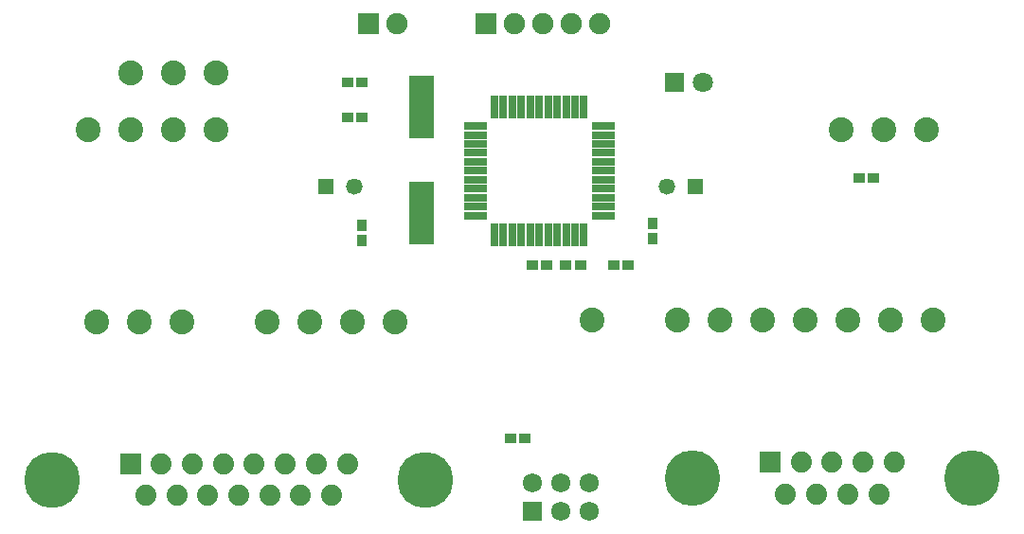
<source format=gbr>
G04 DipTrace 3.1.0.0*
G04 TopMask.gbr*
%MOIN*%
G04 #@! TF.FileFunction,Soldermask,Top*
G04 #@! TF.Part,Single*
%ADD46R,0.086614X0.224409*%
%ADD48R,0.027559X0.07874*%
%ADD50R,0.07874X0.027559*%
%ADD52R,0.035433X0.043307*%
%ADD54R,0.067874X0.067874*%
%ADD56C,0.067874*%
%ADD58C,0.195276*%
%ADD60C,0.087874*%
%ADD62C,0.19685*%
%ADD64C,0.074409*%
%ADD66R,0.074409X0.074409*%
%ADD68C,0.074803*%
%ADD70R,0.074803X0.074803*%
%ADD72R,0.057874X0.057874*%
%ADD74C,0.057874*%
%ADD76R,0.043307X0.035433*%
%ADD78C,0.070866*%
%ADD80R,0.070866X0.070866*%
%FSLAX26Y26*%
G04*
G70*
G90*
G75*
G01*
G04 TopMask*
%LPD*%
D80*
X2734286Y2187400D3*
D78*
X2834286D3*
D76*
X2231845Y1543650D3*
X2283026D3*
X1633026Y2062400D3*
X1581845D3*
X1633026Y2187400D3*
X1581845D3*
D74*
X1606201Y1818701D3*
D72*
X1506201D3*
D74*
X2706201D3*
D72*
X2806201D3*
D70*
X2068701Y2393701D3*
D68*
X2168701D3*
X2268701D3*
X2368701D3*
X2468701D3*
D66*
X818566Y843493D3*
D64*
X927621D3*
X1036676D3*
X1145731D3*
X1254786D3*
X1363841D3*
X1472896D3*
X1581951D3*
X873093Y731682D3*
X982148D3*
X1091203D3*
X1200259D3*
X1309314D3*
X1418369D3*
X1527424D3*
D62*
X544353Y787588D3*
X1856164D3*
D60*
X668701Y2018701D3*
X818701D3*
X968701D3*
X1118701D3*
Y2218701D3*
X968701D3*
X818701D3*
D66*
X3070091Y849020D3*
D64*
X3179146D3*
X3288201D3*
X3397256D3*
X3506311D3*
X3124618Y737209D3*
X3233673D3*
X3342728D3*
X3451783D3*
D58*
X3780130Y793115D3*
X2796272D3*
D60*
X699949Y1343701D3*
X849949D3*
X999949D3*
X1299949D3*
X1449949D3*
X1599949D3*
X1749949D3*
X3318701Y2018689D3*
X3468701D3*
X3618701D3*
X2443412Y1349997D3*
X2743412D3*
X3043412D3*
X3193412D3*
X3343412D3*
X3493412D3*
X2893412D3*
X3643412D3*
D56*
X2432436Y674900D3*
Y774900D3*
X2332436Y674900D3*
Y774900D3*
X2232436D3*
D54*
Y674900D3*
D70*
X1656333Y2393911D3*
D68*
X1756333D3*
D76*
X2401774Y1543650D3*
X2350593D3*
X2570526D3*
X2519345D3*
X2156845Y932370D3*
X2208026D3*
X3381845Y1849900D3*
X3433026D3*
D52*
X1631791Y1681791D3*
Y1630610D3*
X2657436Y1687991D3*
Y1636810D3*
D50*
X2033026Y2032381D3*
Y2000885D3*
Y1969388D3*
Y1937892D3*
Y1906396D3*
Y1874900D3*
Y1843404D3*
Y1811908D3*
Y1780412D3*
Y1748916D3*
Y1717420D3*
D48*
X2099955Y1650491D3*
X2131451D3*
X2162948D3*
X2194444D3*
X2225940D3*
X2257436D3*
X2288932D3*
X2320428D3*
X2351924D3*
X2383420D3*
X2414916D3*
D50*
X2481845Y1717420D3*
Y1748916D3*
Y1780412D3*
Y1811908D3*
Y1843404D3*
Y1874900D3*
Y1906396D3*
Y1937892D3*
Y1969388D3*
Y2000885D3*
Y2032381D3*
D48*
X2414916Y2099310D3*
X2383420D3*
X2351924D3*
X2320428D3*
X2288932D3*
X2257436D3*
X2225940D3*
X2194444D3*
X2162948D3*
X2131451D3*
X2099955D3*
D46*
X1844936Y1725392D3*
Y2099408D3*
M02*

</source>
